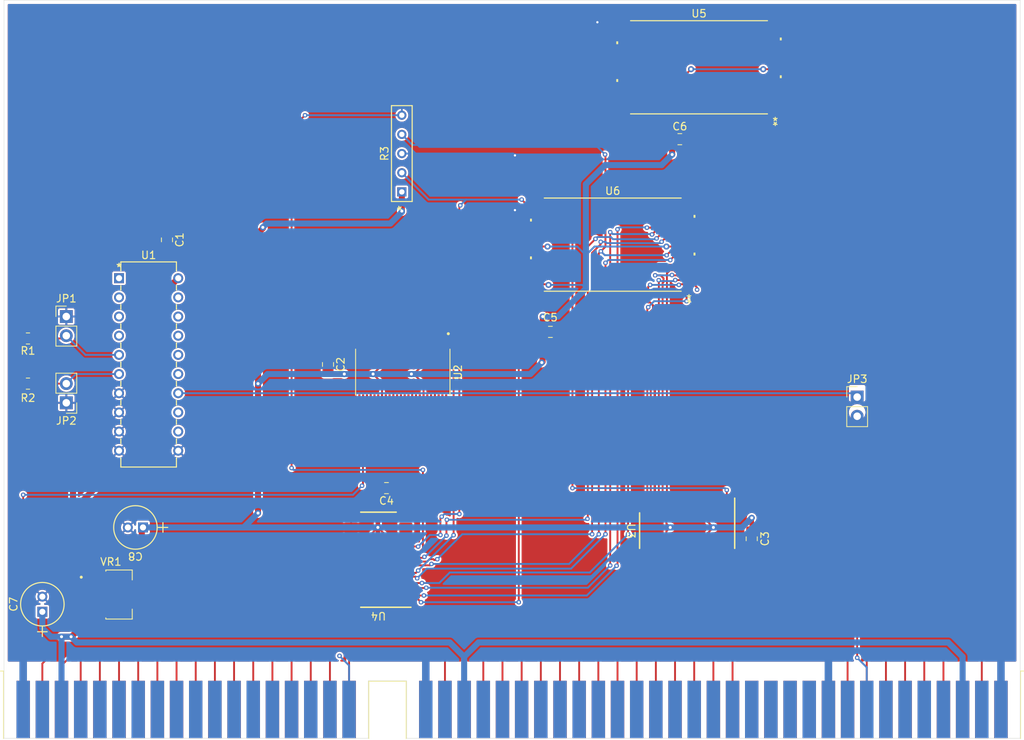
<source format=kicad_pcb>
(kicad_pcb (version 20241229) (generator "pcbnew") (generator_version "9.0")
  (layers (0 "F.Cu" signal) (2 "B.Cu" signal) (13 "F.Paste" user) (15 "B.Paste" user) (5 "F.SilkS" user "F.Silkscreen") (7 "B.SilkS" user "B.Silkscreen") (1 "F.Mask" user) (3 "B.Mask" user) (25 "Edge.Cuts" user))
  (net 0 "")
  (net 1 "MEMW")
  (net 2 "Net-(J1-D13)")
  (net 5 "BA12")
  (net 6 "BA13")
  (net 8 "LA19")
  (net 9 "Net-(J1-DB6)")
  (net 10 "BA01")
  (net 11 "BA11")
  (net 12 "Net-(J1-D12)")
  (net 14 "BA10")
  (net 15 "Net-(J1-D11)")
  (net 20 "unconnected-(J1-IO-Pad32)")
  (net 21 "MEMR")
  (net 22 "GND")
  (net 23 "LA18")
  (net 24 "Net-(J1-D10)")
  (net 25 "Net-(J1-DB5)")
  (net 27 "BA04")
  (net 28 "BA06")
  (net 29 "Net-(J1-D9)")
  (net 30 "Net-(J1-D14)")
  (net 32 "Net-(J1-DB4)")
  (net 34 "BA00")
  (net 35 "LA21")
  (net 37 "BA09")
  (net 42 "BA14")
  (net 43 "BA02")
  (net 44 "BA15")
  (net 45 "Net-(J1-NOWS)")
  (net 49 "BA03")
  (net 53 "+5V")
  (net 55 "LA20")
  (net 56 "Net-(J1-D8)")
  (net 59 "BA16")
  (net 61 "LA17")
  (net 63 "BA08")
  (net 66 "Net-(J1-D15)")
  (net 72 "Net-(J1-DB2)")
  (net 74 "Net-(J1-DB3)")
  (net 79 "Net-(J1-DB7)")
  (net 81 "LA23")
  (net 82 "LA22")
  (net 85 "BA07")
  (net 86 "SBHE")
  (net 90 "BA05")
  (net 91 "Net-(J1-DB0)")
  (net 92 "Net-(J1-DB1)")
  (net 93 "Net-(JP1-B)")
  (net 94 "Net-(JP2-B)")
  (net 95 "Net-(JP3-A)")
  (net 96 "OE")
  (net 97 "C1E")
  (net 98 "C2E")
  (net 99 "WE")
  (net 100 "TRANS_EN")
  (net 101 "MEMCS16")
  (net 102 "UB")
  (net 103 "LB")
  (net 104 "A20")
  (net 105 "D9")
  (net 106 "CS_HI")
  (net 108 "CS_LO")
  (net 111 "D4")
  (net 112 "D2")
  (net 113 "D5")
  (net 114 "D7")
  (net 115 "D0")
  (net 116 "D6")
  (net 117 "D10")
  (net 118 "D13")
  (net 119 "D1")
  (net 120 "D15")
  (net 121 "D12")
  (net 122 "D14")
  (net 123 "D3")
  (net 124 "D8")
  (net 125 "D11")
  (net 126 "A13")
  (net 127 "A0")
  (net 128 "A4")
  (net 129 "A15")
  (net 130 "A12")
  (net 131 "A9")
  (net 132 "A8")
  (net 133 "A7")
  (net 134 "A3")
  (net 135 "A10")
  (net 136 "A11")
  (net 137 "A14")
  (net 138 "A5")
  (net 139 "A6")
  (net 140 "A1")
  (net 141 "A2")
  (net 142 "A17")
  (net 143 "A16")
  (net 144 "A19")
  (net 145 "A18")
  (net 153 "+3.3V")
  (footprint "Project:SOP50P810X120-48N" (layer "F.Cu") (at 116.332 103.886 -90)
    (property "Reference" "U2")
    (property "Value" "SN74LVCR16245ADGGR")
  )
  (footprint "Capacitor_THT:CAP_PAN_5X11_PAN" (layer "F.Cu") (at 68.58 135.636 90)
    (property "Reference" "C7")
    (property "Value" "47uF")
  )
  (footprint "Resistor_SMD:R_0805_2012Metric_Pad1.20x1.40mm_HandSolder" (layer "F.Cu") (at 66.675 105.41 180)
    (property "Reference" "R2")
    (property "Value" "10k")
  )
  (footprint "Capacitor_THT:CAP_PAN_5X11_PAN" (layer "F.Cu") (at 81.915 124.46 180)
    (property "Reference" "C8")
    (property "Value" "47uF")
  )
  (footprint "Package_SO:SOT230P700X180-4N" (layer "F.Cu") (at 78.74 133.35)
    (property "Reference" "VR1")
    (property "Value" "LDL1117S33R")
  )
  (footprint "Project:DGG0048A_N" (layer "F.Cu") (at 154.003498 124.880998 -90)
    (property "Reference" "U3")
    (property "Value" "SN74LVC16244ADGGR")
  )
  (footprint "Resistor_SMD:R_0805_2012Metric_Pad1.20x1.40mm_HandSolder" (layer "F.Cu") (at 66.675 99.425)
    (property "Reference" "R1")
    (property "Value" "10k")
  )
  (footprint "Connector_PCBEdge:BUS_AT" (layer "F.Cu") (at 195.58 148.59)
    (property "Reference" "J1" (hide yes))
    (property "Value" "Bus_ISA_16bit")
  )
  (footprint "Project:TSOP-I-48_12X20_ALL" (layer "F.Cu") (at 155.575 63.5 180)
    (property "Reference" "U5")
    (property "Value" "AS6C3216A-55TIN")
  )
  (footprint "Capacitor_SMD:C_0805_2012Metric_Pad1.18x1.45mm_HandSolder" (layer "F.Cu") (at 85.09 86.36 -90)
    (property "Reference" "C1")
    (property "Value" ".1 uF")
  )
  (footprint "Capacitor_SMD:C_0805_2012Metric_Pad1.18x1.45mm_HandSolder" (layer "F.Cu") (at 153.035 73.025)
    (property "Reference" "C6")
    (property "Value" ".1 uF")
  )
  (footprint "Capacitor_SMD:C_0805_2012Metric_Pad1.18x1.45mm_HandSolder" (layer "F.Cu") (at 106.426 102.87 -90)
    (property "Reference" "C2")
    (property "Value" ".1 uF")
  )
  (footprint "Project:TSOP-I-48_12X20_ALL" (layer "F.Cu") (at 144.145 86.995 180)
    (property "Reference" "U6")
    (property "Value" "AS6C3216A-55TIN")
  )
  (footprint "Connector_PinHeader_2.54mm:PinHeader_1x02_P2.54mm_Vertical" (layer "F.Cu") (at 71.755 107.95 180)
    (property "Reference" "JP2")
    (property "Value" "MB Memory 2")
  )
  (footprint "Connector_PinHeader_2.54mm:PinHeader_1x02_P2.54mm_Vertical" (layer "F.Cu") (at 176.53 107.188)
    (property "Reference" "JP3")
    (property "Value" "0WS/Turbo")
  )
  (footprint "Connector_PinHeader_2.54mm:PinHeader_1x02_P2.54mm_Vertical" (layer "F.Cu") (at 71.755 96.52)
    (property "Reference" "JP1")
    (property "Value" "MB Memory 1")
  )
  (footprint "Project:CSC05_VIS" (layer "F.Cu") (at 116.205 80.01 90)
    (property "Reference" "R3")
    (property "Value" "10k")
  )
  (footprint "Capacitor_SMD:C_0805_2012Metric_Pad1.18x1.45mm_HandSolder" (layer "F.Cu") (at 135.89 98.552)
    (property "Reference" "C5")
    (property "Value" ".1 uF")
  )
  (footprint "Project:DGG0048A_N" (layer "F.Cu") (at 113.109501 128.734 180)
    (property "Reference" "U4")
    (property "Value" "SN74LVC16244ADGGR")
  )
  (footprint "Project:20P3_ATM" (layer "F.Cu") (at 78.74 91.44)
    (property "Reference" "U1")
    (property "Value" "ATF16V8B-15PU")
  )
  (footprint "Capacitor_SMD:C_0805_2012Metric_Pad1.18x1.45mm_HandSolder" (layer "F.Cu") (at 114.173 119.253 180)
    (property "Reference" "C4")
    (property "Value" ".1 uF")
  )
  (footprint "Capacitor_SMD:C_0805_2012Metric_Pad1.18x1.45mm_HandSolder" (layer "F.Cu") (at 162.56 125.9625 90)
    (property "Reference" "C3")
    (property "Value" ".1 uF")
  )
  (gr_line (start 198.12 54.61) (end 63.5 54.61) (stroke (width 0.05)) (layer "Edge.Cuts"))
  (gr_line (start 67.31 152.4) (end 111.76 152.4) (stroke (width 0.05)) (layer "Edge.Cuts"))
  (gr_line (start 116.84 144.78) (end 116.84 152.4) (stroke (width 0.05)) (layer "Edge.Cuts"))
  (gr_line (start 111.76 144.78) (end 116.84 144.78) (stroke (width 0.05)) (layer "Edge.Cuts"))
  (gr_line (start 198.12 54.61) (end 198.12 152.4) (stroke (width 0.05)) (layer "Edge.Cuts"))
  (gr_line (start 111.76 152.4) (end 111.76 144.78) (stroke (width 0.05)) (layer "Edge.Cuts"))
  (gr_line (start 63.5 54.61) (end 63.5 143.51) (stroke (width 0.05)) (layer "Edge.Cuts"))
  (gr_line (start 63.5 152.4) (end 63.5 143.51) (stroke (width 0.05)) (layer "Edge.Cuts"))
  (gr_line (start 63.5 152.4) (end 67.31 152.4) (stroke (width 0.05)) (layer "Edge.Cuts"))
  (gr_line (start 116.84 152.4) (end 198.12 152.4) (stroke (width 0.05)) (layer "Edge.Cuts"))
  (segment (start 86.36 148.59) (end 86.36 141.478) (width 0.25) (layer "F.Cu") (net 1))
  (segment (start 71.12 142.748) (end 72.39 141.478) (width 0.25) (layer "F.Cu") (net 2))
  (segment (start 112.582 107.606) (end 112.582 110.303) (width 0.25) (layer "F.Cu") (net 2))
  (segment (start 71.12 148.59) (end 71.12 142.748) (width 0.25) (layer "F.Cu") (net 2))
  (segment (start 149.86 148.59) (end 149.86 141.605) (width 0.25) (layer "F.Cu") (net 5))
  (segment (start 152.4 148.59) (end 152.4 141.605) (width 0.25) (layer "F.Cu") (net 6))
  (segment (start 96.52 148.59) (end 96.52 141.478) (width 0.25) (layer "F.Cu") (net 8))
  (segment (start 117.082 107.606) (end 117.082 110.224) (width 0.25) (layer "F.Cu") (net 9))
  (segment (start 117.082 110.224) (end 117.094 110.236) (width 0.25) (layer "F.Cu") (net 9))
  (segment (start 190.5 148.59) (end 190.5 141.605) (width 0.25) (layer "F.Cu") (net 9))
  (segment (start 121.92 148.59) (end 121.92 141.605) (width 0.25) (layer "F.Cu") (net 10))
  (segment (start 147.32 148.59) (end 147.32 141.605) (width 0.25) (layer "F.Cu") (net 11))
  (segment (start 113.082 107.606) (end 113.082 110.311) (width 0.25) (layer "F.Cu") (net 12))
  (segment (start 73.66 148.59) (end 73.66 141.478) (width 0.25) (layer "F.Cu") (net 12))
  (segment (start 144.78 148.59) (end 144.78 141.605) (width 0.25) (layer "F.Cu") (net 14))
  (segment (start 114.082 110.2) (end 114.046 110.236) (width 0.25) (layer "F.Cu") (net 15))
  (segment (start 76.2 148.59) (end 76.2 141.478) (width 0.25) (layer "F.Cu") (net 15))
  (segment (start 114.082 107.606) (end 114.082 110.2) (width 0.25) (layer "F.Cu") (net 15))
  (segment (start 195.58 148.59) (end 195.58 141.605) (width 0.25) (layer "F.Cu") (net 20))
  (segment (start 88.9 148.59) (end 88.9 141.478) (width 0.25) (layer "F.Cu") (net 21))
  (segment (start 119.38 148.59) (end 119.38 141.605) (width 1) (layer "B.Cu") (net 22))
  (segment (start 66.04 148.59) (end 66.04 141.605) (width 1) (layer "B.Cu") (net 22))
  (segment (start 172.72 148.59) (end 172.72 141.605) (width 1) (layer "B.Cu") (net 22))
  (segment (start 195.58 148.59) (end 195.58 141.605) (width 1) (layer "B.Cu") (net 22))
  (segment (start 93.98 148.59) (end 93.98 141.478) (width 0.25) (layer "F.Cu") (net 23))
  (segment (start 114.582 110.208) (end 114.554 110.236) (width 0.25) (layer "F.Cu") (net 24))
  (segment (start 114.582 107.606) (end 114.582 110.208) (width 0.25) (layer "F.Cu") (net 24))
  (segment (start 78.74 148.59) (end 78.74 141.478) (width 0.25) (layer "F.Cu") (net 24))
  (segment (start 118.082 107.606) (end 118.082 110.208) (width 0.25) (layer "F.Cu") (net 25))
  (segment (start 187.96 148.59) (end 187.96 141.605) (width 0.25) (layer "F.Cu") (net 25))
  (segment (start 118.082 110.208) (end 118.11 110.236) (width 0.25) (layer "F.Cu") (net 25))
  (segment (start 129.54 148.59) (end 129.54 141.605) (width 0.25) (layer "F.Cu") (net 27))
  (segment (start 134.62 148.59) (end 134.62 141.605) (width 0.25) (layer "F.Cu") (net 28))
  (segment (start 115.582 110.224) (end 115.57 110.236) (width 0.25) (layer "F.Cu") (net 29))
  (segment (start 81.28 148.59) (end 81.28 141.478) (width 0.25) (layer "F.Cu") (net 29))
  (segment (start 115.582 107.606) (end 115.582 110.224) (width 0.25) (layer "F.Cu") (net 29))
  (segment (start 111.582 108.834702) (end 111.708 108.960702) (width 0.25) (layer "F.Cu") (net 30))
  (segment (start 111.582 107.606) (end 111.582 108.834702) (width 0.25) (layer "F.Cu") (net 30))
  (segment (start 68.58 142.494) (end 69.342 141.732) (width 0.25) (layer "F.Cu") (net 30))
  (segment (start 111.708 108.960702) (end 111.708 110.161) (width 0.25) (layer "F.Cu") (net 30))
  (segment (start 111.708 110.161) (end 111.506 110.363) (width 0.25) (layer "F.Cu") (net 30))
  (segment (start 68.58 148.59) (end 68.58 142.494) (width 0.25) (layer "F.Cu") (net 30))
  (segment (start 118.582 107.606) (end 118.582 110.2) (width 0.25) (layer "F.Cu") (net 32))
  (segment (start 185.42 148.59) (end 185.42 141.605) (width 0.25) (layer "F.Cu") (net 32))
  (segment (start 101.6 148.59) (end 101.6 141.478) (width 0.25) (layer "F.Cu") (net 35))
  (segment (start 142.24 148.59) (end 142.24 141.605) (width 0.25) (layer "F.Cu") (net 37))
  (segment (start 154.94 148.59) (end 154.94 141.605) (width 0.25) (layer "F.Cu") (net 42))
  (segment (start 124.46 148.59) (end 124.46 141.605) (width 0.25) (layer "F.Cu") (net 43))
  (segment (start 157.48 148.59) (end 157.48 141.605) (width 0.25) (layer "F.Cu") (net 44))
  (segment (start 176.53 109.728) (end 176.53 141.732) (width 0.25) (layer "F.Cu") (net 45))
  (via (at 176.53 141.732) (size 0.6) (drill 0.3) (layers "F.Cu" "B.Cu") (net 45))
  (segment (start 177.8 143.002) (end 176.53 141.732) (width 0.25) (layer "B.Cu") (net 45))
  (segment (start 177.8 148.59) (end 177.8 143.002) (width 0.25) (layer "B.Cu") (net 45))
  (segment (start 127 148.59) (end 127 141.605) (width 0.25) (layer "F.Cu") (net 49))
  (segment (start 65.675 111.887) (end 65.675 105.41) (width 0.8) (layer "F.Cu") (net 53))
  (segment (start 75.725 135.65) (end 72.644 132.569) (width 0.8) (layer "F.Cu") (net 53))
  (segment (start 65.675 105.41) (end 65.675 99.425) (width 0.8) (layer "F.Cu") (net 53))
  (segment (start 72.903889 121.92) (end 85.09 109.733889) (width 0.8) (layer "F.Cu") (net 53))
  (segment (start 85.09 87.3975) (end 85.09 92.932001) (width 0.8) (layer "F.Cu") (net 53))
  (segment (start 72.644 118.856) (end 65.675 111.887) (width 0.8) (layer "F.Cu") (net 53))
  (segment (start 85.320601 92.7014) (end 86.582001 91.44) (width 0.8) (layer "F.Cu") (net 53))
  (segment (start 71.12 138.938) (end 72.437 138.938) (width 0.8) (layer "F.Cu") (net 53))
  (segment (start 72.437 138.938) (end 75.725 135.65) (width 0.8) (layer "F.Cu") (net 53))
  (segment (start 72.644 121.92) (end 72.903889 121.92) (width 0.8) (layer "F.Cu") (net 53))
  (segment (start 85.09 109.733889) (end 85.09 92.932001) (width 0.8) (layer "F.Cu") (net 53))
  (segment (start 72.644 132.569) (end 72.644 121.92) (width 0.8) (layer "F.Cu") (net 53))
  (segment (start 72.644 121.92) (end 72.644 118.856) (width 0.8) (layer "F.Cu") (net 53))
  (segment (start 85.09 92.932001) (end 85.320601 92.7014) (width 0.8) (layer "F.Cu") (net 53))
  (via (at 71.12 138.938) (size 0.8) (drill 0.4) (layers "F.Cu" "B.Cu") (net 53))
  (via (at 72.39 138.938) (size 0.8) (drill 0.4) (layers "F.Cu" "B.Cu") (net 53))
  (segment (start 68.58 137.795) (end 68.58 135.636) (width 0.8) (layer "B.Cu") (net 53))
  (segment (start 73.152 139.7) (end 72.39 138.938) (width 0.8) (layer "B.Cu") (net 53))
  (segment (start 190.5 141.605) (end 190.5 148.59) (width 0.8) (layer "B.Cu") (net 53))
  (segment (start 71.12 148.59) (end 71.12 138.938) (width 0.8) (layer "B.Cu") (net 53))
  (segment (start 126.365 139.7) (end 188.595 139.7) (width 0.8) (layer "B.Cu") (net 53))
  (segment (start 188.595 139.7) (end 190.5 141.605) (width 0.8) (layer "B.Cu") (net 53))
  (segment (start 71.12 138.938) (end 69.723 138.938) (width 0.8) (layer "B.Cu") (net 53))
  (segment (start 69.723 138.938) (end 68.58 137.795) (width 0.8) (layer "B.Cu") (net 53))
  (segment (start 124.46 141.605) (end 124.46 148.59) (width 0.8) (layer "B.Cu") (net 53))
  (segment (start 124.46 141.605) (end 126.365 139.7) (width 0.8) (layer "B.Cu") (net 53))
  (segment (start 124.46 141.605) (end 122.555 139.7) (width 0.8) (layer "B.Cu") (net 53))
  (segment (start 72.39 138.938) (end 71.12 138.938) (width 0.8) (layer "B.Cu") (net 53))
  (segment (start 122.555 139.7) (end 73.152 139.7) (width 0.8) (layer "B.Cu") (net 53))
  (segment (start 99.06 148.59) (end 99.06 141.478) (width 0.25) (layer "F.Cu") (net 55))
  (segment (start 116.082 107.606) (end 116.082 110.232) (width 0.25) (layer "F.Cu") (net 56))
  (segment (start 83.82 148.59) (end 83.82 141.478) (width 0.25) (layer "F.Cu") (net 56))
  (segment (start 116.082 110.232) (end 116.078 110.236) (width 0.25) (layer "F.Cu") (net 56))
  (segment (start 160.02 148.59) (end 160.02 141.605) (width 0.25) (layer "F.Cu") (net 59))
  (segment (start 91.44 148.59) (end 91.44 141.478) (width 0.25) (layer "F.Cu") (net 61))
  (segment (start 139.7 148.59) (end 139.7 141.605) (width 0.25) (layer "F.Cu") (net 63))
  (segment (start 66.04 142.748) (end 66.04 142.24) (width 0.25) (layer "F.Cu") (net 66))
  (segment (start 111.055 118.675) (end 111.055 107.633) (width 0.25) (layer "F.Cu") (net 66))
  (segment (start 66.04 142.748) (end 66.04 120.142) (width 0.25) (layer "F.Cu") (net 66))
  (segment (start 110.9345 118.7955) (end 111.055 118.675) (width 0.25) (layer "F.Cu") (net 66))
  (segment (start 66.04 148.59) (end 66.04 142.748) (width 0.25) (layer "F.Cu") (net 66))
  (segment (start 110.9345 118.9355) (end 110.9345 118.7955) (width 0.25) (layer "F.Cu") (net 66))
  (segment (start 111.055 107.633) (end 111.082 107.606) (width 0.25) (layer "F.Cu") (net 66))
  (via (at 110.9345 118.9355) (size 0.6) (drill 0.3) (layers "F.Cu" "B.Cu") (net 66))
  (via (at 66.04 120.142) (size 0.6) (drill 0.3) (layers "F.Cu" "B.Cu") (net 66))
  (segment (start 110.9345 118.9355) (end 109.728 120.142) (width 0.25) (layer "B.Cu") (net 66))
  (segment (start 109.728 120.142) (end 66.04 120.142) (width 0.25) (layer "B.Cu") (net 66))
  (segment (start 120.082 107.606) (end 120.085 107.609) (width 0.25) (layer "F.Cu") (net 72))
  (segment (start 120.085 107.609) (end 120.085 110.236) (width 0.25) (layer "F.Cu") (net 72))
  (segment (start 180.34 148.59) (end 180.34 141.605) (width 0.25) (layer "F.Cu") (net 72))
  (segment (start 119.582 110.184) (end 119.634 110.236) (width 0.25) (layer "F.Cu") (net 74))
  (segment (start 182.88 148.59) (end 182.88 141.605) (width 0.25) (layer "F.Cu") (net 74))
  (segment (start 119.582 107.606) (end 119.582 110.184) (width 0.25) (layer "F.Cu") (net 74))
  (segment (start 193.04 148.59) (end 193.04 141.605) (width 0.25) (layer "F.Cu") (net 79))
  (segment (start 116.582 107.606) (end 116.582 110.232) (width 0.25) (layer "F.Cu") (net 79))
  (segment (start 106.68 148.59) (end 106.68 141.478) (width 0.25) (layer "F.Cu") (net 81))
  (segment (start 104.14 148.59) (end 104.14 141.478) (width 0.25) (layer "F.Cu") (net 82))
  (segment (start 137.16 148.59) (end 137.16 141.605) (width 0.25) (layer "F.Cu") (net 85))
  (segment (start 109.22 148.59) (end 109.22 141.478) (width 0.25) (layer "F.Cu") (net 86))
  (segment (start 132.08 148.59) (end 132.08 141.605) (width 0.25) (layer "F.Cu") (net 90))
  (segment (start 175.26 148.59) (end 175.26 141.605) (width 0.25) (layer "F.Cu") (net 91))
  (segment (start 121.582 107.606) (end 121.582 110.066) (width 0.25) (layer "F.Cu") (net 91))
  (segment (start 121.082 107.606) (end 121.082 110.16) (width 0.25) (layer "F.Cu") (net 92))
  (segment (start 177.8 148.59) (end 177.8 141.605) (width 0.25) (layer "F.Cu") (net 92))
  (segment (start 67.675 99.425) (end 71.39 99.425) (width 0.25) (layer "F.Cu") (net 93))
  (segment (start 71.39 99.425) (end 71.755 99.06) (width 0.25) (layer "F.Cu") (net 93))
  (segment (start 71.755 99.06) (end 74.295 101.6) (width 0.25) (layer "B.Cu") (net 93))
  (segment (start 74.295 101.6) (end 78.74 101.6) (width 0.25) (layer "B.Cu") (net 93))
  (segment (start 67.675 105.41) (end 71.755 105.41) (width 0.25) (layer "F.Cu") (net 94))
  (segment (start 71.755 105.41) (end 73.025 104.14) (width 0.25) (layer "B.Cu") (net 94))
  (segment (start 73.025 104.14) (end 78.74 104.14) (width 0.25) (layer "B.Cu") (net 94))
  (segment (start 86.582001 106.68) (end 176.022 106.68) (width 0.25) (layer "B.Cu") (net 95))
  (segment (start 176.022 106.68) (end 176.53 107.188) (width 0.25) (layer "B.Cu") (net 95))
  (segment (start 110.582 98.206) (end 110.617 98.171) (width 0.25) (layer "F.Cu") (net 96))
  (segment (start 131.826 82.423) (end 132.148001 82.745001) (width 0.25) (layer "F.Cu") (net 96))
  (segment (start 122.082 100.166) (end 122.082 98.136) (width 0.25) (layer "F.Cu") (net 96))
  (segment (start 131.191 82.423) (end 131.826 82.423) (width 0.25) (layer "F.Cu") (net 96))
  (segment (start 118.060114 130.484002) (end 116.7345 130.484002) (width 0.25) (layer "F.Cu") (net 96))
  (segment (start 123.065558 124.092558) (end 123.063 124.09) (width 0.25) (layer "F.Cu") (net 96))
  (segment (start 110.582 100.166) (end 110.582 98.206) (width 0.25) (layer "F.Cu") (net 96))
  (segment (start 118.367837 130.176279) (end 118.060114 130.484002) (width 0.25) (layer "F.Cu") (net 96))
  (segment (start 123.063 124.09) (end 123.063 101.147) (width 0.25) (layer "F.Cu") (net 96))
  (segment (start 132.148001 82.745001) (end 134.29615 82.745001) (width 0.25) (layer "F.Cu") (net 96))
  (segment (start 123.065558 125.478558) (end 123.065558 124.092558) (width 0.25) (layer "F.Cu") (net 96))
  (segment (start 131.191 82.423) (end 131.191 75.174) (width 0.25) (layer "F.Cu") (net 96))
  (segment (start 123.063 101.147) (end 122.082 100.166) (width 0.25) (layer "F.Cu") (net 96))
  (segment (start 122.082 98.136) (end 122.301 97.917) (width 0.25) (layer "F.Cu") (net 96))
  (via (at 131.191 82.423) (size 0.6) (drill 0.3) (layers "F.Cu" "B.Cu") (net 96))
  (via (at 118.367837 130.176279) (size 0.6) (drill 0.3) (layers "F.Cu" "B.Cu") (net 96))
  (via (at 123.065558 125.478558) (size 0.6) (drill 0.3) (layers "F.Cu" "B.Cu") (net 96))
  (via (at 131.191 75.174) (size 0.6) (drill 0.3) (layers "F.Cu" "B.Cu") (net 96))
  (segment (start 123.065558 125.478558) (end 118.367837 130.176279) (width 0.25) (layer "B.Cu") (net 96))
  (segment (start 131.191 75.174) (end 130.947 74.93) (width 0.25) (layer "B.Cu") (net 96))
  (segment (start 130.947 74.93) (end 116.205 74.93) (width 0.25) (layer "B.Cu") (net 96))
  (segment (start 142.113 57.531) (end 142.832 58.25) (width 0.25) (layer "F.Cu") (net 97))
  (segment (start 118.999 127.250298) (end 118.999 116.84) (width 0.25) (layer "F.Cu") (net 97))
  (segment (start 101.6 116.586) (end 101.6 71.628) (width 0.25) (layer "F.Cu") (net 97))
  (segment (start 101.6 71.628) (end 103.378 69.85) (width 0.25) (layer "F.Cu") (net 97))
  (segment (start 142.832 58.25) (end 145.72615 58.25) (width 0.25) (layer "F.Cu") (net 97))
  (segment (start 118.265296 127.984002) (end 118.999 127.250298) (width 0.25) (layer "F.Cu") (net 97))
  (segment (start 116.7345 127.984002) (end 118.265296 127.984002) (width 0.25) (layer "F.Cu") (net 97))
  (via (at 101.6 116.586) (size 0.6) (drill 0.3) (layers "F.Cu" "B.Cu") (net 97))
  (via (at 103.378 69.85) (size 0.6) (drill 0.3) (layers "F.Cu" "B.Cu") (net 97))
  (via (at 118.999 116.84) (size 0.6) (drill 0.3) (layers "F.Cu" "B.Cu") (net 97))
  (via (at 142.113 57.531) (size 0.6) (drill 0.3) (layers "F.Cu" "B.Cu") (net 97))
  (segment (start 116.205 62.103) (end 120.777 57.531) (width 0.25) (layer "B.Cu") (net 97))
  (segment (start 101.854 116.84) (end 101.6 116.586) (width 0.25) (layer "B.Cu") (net 97))
  (segment (start 116.205 69.85) (end 116.205 62.103) (width 0.25) (layer "B.Cu") (net 97))
  (segment (start 118.999 116.84) (end 101.854 116.84) (width 0.25) (layer "B.Cu") (net 97))
  (segment (start 120.777 57.531) (end 142.113 57.531) (width 0.25) (layer "B.Cu") (net 97))
  (segment (start 103.378 69.85) (end 116.205 69.85) (width 0.25) (layer "B.Cu") (net 97))
  (segment (start 118.348001 126.984001) (end 118.364 127) (width 0.25) (layer "F.Cu") (net 98))
  (segment (start 121.314384 125.461963) (end 121.314384 123.206021) (width 0.25) (layer "F.Cu") (net 98))
  (segment (start 123.825 122.682) (end 123.825 81.915) (width 0.25) (layer "F.Cu") (net 98))
  (segment (start 123.825 81.915) (end 123.952 81.788) (width 0.25) (layer "F.Cu") (net 98))
  (segment (start 132.08 81.026) (end 132.799 81.745) (width 0.25) (layer "F.Cu") (net 98))
  (segment (start 116.7345 126.984001) (end 118.348001 126.984001) (width 0.25) (layer "F.Cu") (net 98))
  (segment (start 121.314384 123.206021) (end 121.488003 123.032402) (width 0.25) (layer "F.Cu") (net 98))
  (segment (start 132.799 81.745) (end 134.29615 81.745) (width 0.25) (layer "F.Cu") (net 98))
  (via (at 118.364 127) (size 0.6) (drill 0.3) (layers "F.Cu" "B.Cu") (net 98))
  (via (at 123.952 81.788) (size 0.6) (drill 0.3) (layers "F.Cu" "B.Cu") (net 98))
  (via (at 121.488003 123.032402) (size 0.6) (drill 0.3) (layers "F.Cu" "B.Cu") (net 98))
  (via (at 123.825 122.682) (size 0.6) (drill 0.3) (layers "F.Cu" "B.Cu") (net 98))
  (via (at 121.314384 125.461963) (size 0.6) (drill 0.3) (layers "F.Cu" "B.Cu") (net 98))
  (via (at 132.08 81.026) (size 0.6) (drill 0.3) (layers "F.Cu" "B.Cu") (net 98))
  (segment (start 124.714 81.026) (end 123.952 81.788) (width 0.25) (layer "B.Cu") (net 98))
  (segment (start 121.838405 122.682) (end 123.825 122.682) (width 0.25) (layer "B.Cu") (net 98))
  (segment (start 119.902037 125.461963) (end 121.314384 125.461963) (width 0.25) (layer "B.Cu") (net 98))
  (segment (start 121.488003 123.032402) (end 121.838405 122.682) (width 0.25) (layer "B.Cu") (net 98))
  (segment (start 118.364 127) (end 119.902037 125.461963) (width 0.25) (layer "B.Cu") (net 98))
  (segment (start 119.761 81.026) (end 124.714 81.026) (width 0.25) (layer "B.Cu") (net 98))
  (segment (start 132.08 81.026) (end 124.714 81.026) (width 0.25) (layer "B.Cu") (net 98))
  (segment (start 116.205 77.47) (end 119.761 81.026) (width 0.25) (layer "B.Cu") (net 98))
  (segment (start 142.302173 88.148231) (end 142.576404 87.874) (width 0.25) (layer "F.Cu") (net 99))
  (segment (start 153.99385 87.745001) (end 151.938537 87.745001) (width 0.25) (layer "F.Cu") (net 99))
  (segment (start 143.18294 75.11094) (end 143.18294 87.267464) (width 0.25) (layer "F.Cu") (net 99))
  (segment (start 151.938537 87.745001) (end 151.290991 88.392547) (width 0.25) (layer "F.Cu") (net 99))
  (segment (start 119.943999 129.484001) (end 120.131999 129.296001) (width 0.25) (layer "F.Cu") (net 99))
  (segment (start 143.18294 87.267464) (end 142.576404 87.874) (width 0.25) (layer "F.Cu") (net 99))
  (segment (start 143.129 75.057) (end 143.18294 75.11094) (width 0.25) (layer "F.Cu") (net 99))
  (segment (start 116.7345 129.484001) (end 119.943999 129.484001) (width 0.25) (layer "F.Cu") (net 99))
  (segment (start 142.302173 125.359999) (end 142.302173 88.148231) (width 0.25) (layer "F.Cu") (net 99))
  (via (at 120.131999 129.296001) (size 0.6) (drill 0.3) (layers "F.Cu" "B.Cu") (net 99))
  (via (at 142.576404 87.874) (size 0.6) (drill 0.3) (layers "F.Cu" "B.Cu") (net 99))
  (via (at 143.129 75.057) (size 0.6) (drill 0.3) (layers "F.Cu" "B.Cu") (net 99))
  (via (at 151.290991 88.392547) (size 0.6) (drill 0.3) (layers "F.Cu" "B.Cu") (net 99))
  (via (at 142.302173 125.359999) (size 0.6) (drill 0.3) (layers "F.Cu" "B.Cu") (net 99))
  (segment (start 141.859 73.787) (end 143.129 75.057) (width 0.25) (layer "B.Cu") (net 99))
  (segment (start 143.094951 88.392547) (end 151.290991 88.392547) (width 0.25) (layer "B.Cu") (net 99))
  (segment (start 138.366171 129.296001) (end 142.302173 125.359999) (width 0.25) (layer "B.Cu") (net 99))
  (segment (start 142.576404 87.874) (end 143.094951 88.392547) (width 0.25) (layer "B.Cu") (net 99))
  (segment (start 120.131999 129.296001) (end 138.366171 129.296001) (width 0.25) (layer "B.Cu") (net 99))
  (segment (start 117.602 73.787) (end 141.859 73.787) (width 0.25) (layer "B.Cu") (net 99))
  (segment (start 116.205 72.39) (end 117.602 73.787) (width 0.25) (layer "B.Cu") (net 99))
  (segment (start 110.582 107.606) (end 109.13 107.606) (width 0.25) (layer "F.Cu") (net 100))
  (segment (start 122.082 110.074) (end 122.047 110.109) (width 0.25) (layer "F.Cu") (net 100))
  (segment (start 122.082 107.606) (end 122.082 110.074) (width 0.25) (layer "F.Cu") (net 100))
  (via (at 107.95 141.478) (size 0.6) (drill 0.3) (layers "F.Cu" "B.Cu") (net 101))
  (segment (start 109.22 142.748) (end 107.95 141.478) (width 0.25) (layer "B.Cu") (net 101))
  (segment (start 109.22 148.59) (end 109.22 142.748) (width 0.25) (layer "B.Cu") (net 101))
  (segment (start 120.391297 128.670001) (end 120.499296 128.778) (width 0.25) (layer "F.Cu") (net 102))
  (segment (start 150.988205 86.244999) (end 150.620602 86.612602) (width 0.25) (layer "F.Cu") (net 102))
  (segment (start 153.99385 86.244999) (end 150.988205 86.244999) (width 0.25) (layer "F.Cu") (net 102))
  (segment (start 119.872701 128.670001) (end 120.391297 128.670001) (width 0.25) (layer "F.Cu") (net 102))
  (segment (start 142.55694 86.624) (end 142.55694 86.94206) (width 0.25) (layer "F.Cu") (net 102))
  (segment (start 141.418289 88.080711) (end 141.418289 125.359999) (width 0.25) (layer "F.Cu") (net 102))
  (segment (start 120.499296 128.778) (end 120.797001 128.778) (width 0.25) (layer "F.Cu") (net 102))
  (segment (start 116.7345 128.984002) (end 119.5587 128.984002) (width 0.25) (layer "F.Cu") (net 102))
  (segment (start 120.797001 128.778) (end 120.904 128.671001) (width 0.25) (layer "F.Cu") (net 102))
  (segment (start 142.55694 86.94206) (end 141.418289 88.080711) (width 0.25) (layer "F.Cu") (net 102))
  (segment (start 119.5587 128.984002) (end 119.872701 128.670001) (width 0.25) (layer "F.Cu") (net 102))
  (via (at 120.904 128.671001) (size 0.6) (drill 0.3) (layers "F.Cu" "B.Cu") (net 102))
  (via (at 150.620602 86.612602) (size 0.6) (drill 0.3) (layers "F.Cu" "B.Cu") (net 102))
  (via (at 142.55694 86.624) (size 0.6) (drill 0.3) (layers "F.Cu" "B.Cu") (net 102))
  (via (at 141.418289 125.359999) (size 0.6) (drill 0.3) (layers "F.Cu" "B.Cu") (net 102))
  (segment (start 143.196056 86.624) (end 143.367463 86.795407) (width 0.25) (layer "B.Cu") (net 102))
  (segment (start 124.215002 125.359999) (end 141.418289 125.359999) (width 0.25) (layer "B.Cu") (net 102))
  (segment (start 143.367463 86.795407) (end 150.437797 86.795407) (width 0.25) (layer "B.Cu") (net 102))
  (segment (start 120.904 128.671001) (end 124.215002 125.359999) (width 0.25) (layer "B.Cu") (net 102))
  (segment (start 142.55694 86.624) (end 143.196056 86.624) (width 0.25) (layer "B.Cu") (net 102))
  (segment (start 150.437797 86.795407) (end 150.620602 86.612602) (width 0.25) (layer "B.Cu") (net 102))
  (segment (start 122.115616 125.544616) (end 122.115616 123.502384) (width 0.25) (layer "F.Cu") (net 103))
  (segment (start 140.843 123.267289) (end 140.843 94.742) (width 0.25) (layer "F.Cu") (net 103))
  (segment (start 122.115616 123.502384) (end 122.174 123.444) (width 0.25) (layer "F.Cu") (net 103))
  (segment (start 116.7345 128.484) (end 119.068911 128.484) (width 0.25) (layer "F.Cu") (net 103))
  (segment (start 150.37899 85.745) (end 149.954583 86.169407) (width 0.25) (layer "F.Cu") (net 103))
  (segment (start 140.843 94.742) (end 140.843 87.249) (width 0.25) (layer "F.Cu") (net 103))
  (segment (start 140.793289 123.317) (end 140.843 123.267289) (width 0.25) (layer "F.Cu") (net 103))
  (segment (start 140.843 87.249) (end 141.859 86.233) (width 0.25) (layer "F.Cu") (net 103))
  (segment (start 153.99385 85.745) (end 150.37899 85.745) (width 0.25) (layer "F.Cu") (net 103))
  (segment (start 119.068911 128.484) (end 119.193909 128.359002) (width 0.25) (layer "F.Cu") (net 103))
  (via (at 119.193909 128.359002) (size 0.6) (drill 0.3) (layers "F.Cu" "B.Cu") (net 103))
  (via (at 149.954583 86.169407) (size 0.6) (drill 0.3) (layers "F.Cu" "B.Cu") (net 103))
  (via (at 122.174 123.444) (size 0.6) (drill 0.3) (layers "F.Cu" "B.Cu") (net 103))
  (via (at 140.793289 123.317) (size 0.6) (drill 0.3) (layers "F.Cu" "B.Cu") (net 103))
  (via (at 122.115616 125.544616) (size 0.6) (drill 0.3) (layers "F.Cu" "B.Cu") (net 103))
  (via (at 141.859 86.233) (size 0.6) (drill 0.3) (layers "F.Cu" "B.Cu") (net 103))
  (segment (start 149.849973 86.274017) (end 149.954583 86.169407) (width 0.25) (layer "B.Cu") (net 103))
  (segment (start 119.30123 128.359002) (end 122.115616 125.544616) (width 0.25) (layer "B.Cu") (net 103))
  (segment (start 143.89719 85.988) (end 144.183207 86.274017) (width 0.25) (layer "B.Cu") (net 103))
  (segment (start 140.666289 123.444) (end 140.793289 123.317) (width 0.25) (layer "B.Cu") (net 103))
  (segment (start 142.104 85.988) (end 143.89719 85.988) (width 0.25) (layer "B.Cu") (net 103))
  (segment (start 122.174 123.444) (end 140.666289 123.444) (width 0.25) (layer "B.Cu") (net 103))
  (segment (start 144.183207 86.274017) (end 149.849973 86.274017) (width 0.25) (layer "B.Cu") (net 103))
  (segment (start 119.193909 128.359002) (end 119.30123 128.359002) (width 0.25) (layer "B.Cu") (net 103))
  (segment (start 141.859 86.233) (end 142.104 85.988) (width 0.25) (layer "B.Cu") (net 103))
  (segment (start 152.557 88.245) (end 153.99385 88.245) (width 0.25) (layer "F.Cu") (net 104))
  (segment (start 143.186056 125.36) (end 143.186056 89.408) (width 0.25) (layer "F.Cu") (net 104))
  (segment (start 153.959551 88.279299) (end 153.99385 88.245) (width 0.25) (layer "F.Cu") (net 104))
  (segment (start 118.030001 130.984001) (end 118.237 131.191) (width 0.25) (layer "F.Cu") (net 104))
  (segment (start 116.7345 130.984001) (end 118.030001 130.984001) (width 0.25) (layer "F.Cu") (net 104))
  (segment (start 151.765 89.037) (end 152.557 88.245) (width 0.25) (layer "F.Cu") (net 104))
  (via (at 118.237 131.191) (size 0.6) (drill 0.3) (layers "F.Cu" "B.Cu") (net 104))
  (via (at 151.765 89.037) (size 0.6) (drill 0.3) (layers "F.Cu" "B.Cu") (net 104))
  (via (at 143.186056 89.408) (size 0.6) (drill 0.3) (layers "F.Cu" "B.Cu") (net 104))
  (via (at 143.186056 125.36) (size 0.6) (drill 0.3) (layers "F.Cu" "B.Cu") (net 104))
  (segment (start 151.755 89.027) (end 151.765 89.037) (width 0.25) (layer "B.Cu") (net 104))
  (segment (start 119.507 129.921) (end 138.625056 129.921) (width 0.25) (layer "B.Cu") (net 104))
  (segment (start 118.237 131.191) (end 119.507 129.921) (width 0.25) (layer "B.Cu") (net 104))
  (segment (start 143.567056 89.027) (end 151.755 89.027) (width 0.25) (layer "B.Cu") (net 104))
  (segment (start 138.625056 129.921) (end 143.186056 125.36) (width 0.25) (layer "B.Cu") (net 104))
  (segment (start 143.186056 89.408) (end 143.567056 89.027) (width 0.25) (layer "B.Cu") (net 104))
  (segment (start 115.582 100.166) (end 115.582 98.286) (width 0.25) (layer "F.Cu") (net 105))
  (segment (start 134.29615 84.744999) (end 132.552001 84.744999) (width 0.25) (layer "F.Cu") (net 105))
  (segment (start 115.582 98.286) (end 115.697 98.171) (width 0.25) (layer "F.Cu") (net 105))
  (segment (start 118.582 100.166) (end 118.582 98.08) (width 0.25) (layer "F.Cu") (net 111))
  (segment (start 134.29615 87.745001) (end 132.218999 87.745001) (width 0.25) (layer "F.Cu") (net 111))
  (segment (start 120.082 100.166) (end 120.082 97.977) (width 0.25) (layer "F.Cu") (net 112))
  (segment (start 134.29615 85.245001) (end 132.305999 85.245001) (width 0.25) (layer "F.Cu") (net 112))
  (segment (start 132.305999 85.245001) (end 132.207 85.344) (width 0.25) (layer "F.Cu") (net 112))
  (segment (start 120.082 97.977) (end 120.142 97.917) (width 0.25) (layer "F.Cu") (net 112))
  (segment (start 118.082 100.166) (end 118.082 98.072) (width 0.25) (layer "F.Cu") (net 113))
  (segment (start 134.29615 88.744999) (end 132.362001 88.744999) (width 0.25) (layer "F.Cu") (net 113))
  (segment (start 118.082 98.072) (end 118.11 98.044) (width 0.25) (layer "F.Cu") (net 113))
  (segment (start 132.362001 88.744999) (end 132.207 88.9) (width 0.25) (layer "F.Cu") (net 113))
  (segment (start 134.29615 90.745) (end 133.03181 90.745) (width 0.25) (layer "F.Cu") (net 114))
  (segment (start 132.90181 90.875) (end 132.842 90.875) (width 0.25) (layer "F.Cu") (net 114))
  (segment (start 133.03181 90.745) (end 132.90181 90.875) (width 0.25) (layer "F.Cu") (net 114))
  (segment (start 116.582 100.166) (end 116.582 98.55881) (width 0.25) (layer "F.Cu") (net 114))
  (segment (start 116.84 98.30081) (end 116.84 98.171) (width 0.25) (layer "F.Cu") (net 114))
  (segment (start 116.582 98.55881) (end 116.84 98.30081) (width 0.25) (layer "F.Cu") (net 114))
  (segment (start 121.582 100.166) (end 121.609 100.139) (width 0.25) (layer "F.Cu") (net 115))
  (segment (start 121.609 97.974) (end 121.666 97.917) (width 0.25) (layer "F.Cu") (net 115))
  (segment (start 132.528 83.245) (end 132.461 83.312) (width 0.25) (layer "F.Cu") (net 115))
  (segment (start 134.29615 83.245) (end 132.528 83.245) (width 0.25) (layer "F.Cu") (net 115))
  (segment (start 121.609 100.139) (end 121.609 97.974) (width 0.25) (layer "F.Cu") (net 115))
  (segment (start 117.082 98.69662) (end 117.291 98.48762) (width 0.25) (layer "F.Cu") (net 116))
  (segment (start 117.291 98.48762) (end 117.291 98.114) (width 0.25) (layer "F.Cu") (net 116))
  (segment (start 132.63481 89.745) (end 132.462405 89.917405) (width 0.25) (layer "F.Cu") (net 116))
  (segment (start 117.082 100.166) (end 117.082 98.69662) (width 0.25) (layer "F.Cu") (net 116))
  (segment (start 134.29615 89.745) (end 132.63481 89.745) (width 0.25) (layer "F.Cu") (net 116))
  (segment (start 114.582 100.166) (end 114.582 98.27) (width 0.25) (layer "F.Cu") (net 117))
  (segment (start 132.441 85.745) (end 132.334 85.852) (width 0.25) (layer "F.Cu") (net 117))
  (segment (start 134.29615 85.745) (end 132.441 85.745) (width 0.25) (layer "F.Cu") (net 117))
  (segment (start 114.582 98.27) (end 114.681 98.171) (width 0.25) (layer "F.Cu") (net 117))
  (segment (start 132.496999 89.245001) (end 132.207 89.535) (width 0.25) (layer "F.Cu") (net 118))
  (segment (start 134.29615 89.245001) (end 132.496999 89.245001) (width 0.25) (layer "F.Cu") (net 118))
  (segment (start 112.582 98.093) (end 112.631 98.044) (width 0.25) (layer "F.Cu") (net 118))
  (segment (start 112.582 100.166) (end 112.582 98.093) (width 0.25) (layer "F.Cu") (net 118))
  (segment (start 134.29615 84.245) (end 132.544 84.245) (width 0.25) (layer "F.Cu") (net 119))
  (segment (start 121.082 100.166) (end 121.082 97.993) (width 0.25) (layer "F.Cu") (net 119))
  (segment (start 121.082 97.993) (end 121.158 97.917) (width 0.25) (layer "F.Cu") (net 119))
  (segment (start 111.082 100.166) (end 111.082 98.214) (width 0.25) (layer "F.Cu") (net 120))
  (segment (start 133.164001 91.244999) (end 132.969 91.44) (width 0.25) (layer "F.Cu") (net 120))
  (segment (start 134.261851 91.2107) (end 133.20392 91.2107) (width 0.25) (layer "F.Cu") (net 120))
  (segment (start 134.29615 91.244999) (end 134.261851 91.2107) (width 0.25) (layer "F.Cu") (net 120))
  (segment (start 133.20392 91.2107) (end 133.166811 91.247809) (width 0.25) (layer "F.Cu") (net 120))
  (segment (start 113.082 100.166) (end 113.082 98.119) (width 0.25) (layer "F.Cu") (net 121))
  (segment (start 134.29615 88.245) (end 131.973 88.245) (width 0.25) (layer "F.Cu") (net 121))
  (segment (start 111.582 98.22) (end 111.533 98.171) (width 0.25) (layer "F.Cu") (net 122))
  (segment (start 134.29615 90.245001) (end 132.893999 90.245001) (width 0.25) (layer "F.Cu") (net 122))
  (segment (start 132.893999 90.245001) (end 132.715 90.424) (width 0.25) (layer "F.Cu") (net 122))
  (segment (start 111.582 100.166) (end 111.582 98.22) (width 0.25) (layer "F.Cu") (net 122))
  (segment (start 134.29615 86.245002) (end 132.575998 86.245002) (width 0.25) (layer "F.Cu") (net 123))
  (segment (start 119.582 100.166) (end 119.582 98.096) (width 0.25) (layer "F.Cu") (net 123))
  (segment (start 132.575998 86.245002) (end 132.461 86.36) (width 0.25) (layer "F.Cu") (net 123))
  (segment (start 133.424901 83.763) (end 132.461 83.763) (width 0.25) (layer "F.Cu") (net 124))
  (segment (start 134.29615 83.745001) (end 133.4429 83.745001) (width 0.25) (layer "F.Cu") (net 124))
  (segment (start 133.4429 83.745001) (end 133.424901 83.763) (width 0.25) (layer "F.Cu") (net 124))
  (segment (start 116.082 100.166) (end 116.082 98.421) (width 0.25) (layer "F.Cu") (net 124))
  (segment (start 116.082 98.421) (end 116.332 98.171) (width 0.25) (layer "F.Cu") (net 124))
  (segment (start 134.29615 86.745) (end 132.711 86.745) (width 0.25) (layer "F.Cu") (net 125))
  (segment (start 132.711 86.745) (end 132.588 86.868) (width 0.25) (layer "F.Cu") (net 125))
  (segment (start 114.082 98.135) (end 114.173 98.044) (width 0.25) (layer "F.Cu") (net 125))
  (segment (start 114.082 100.166) (end 114.082 98.135) (width 0.25) (layer "F.Cu") (net 125))
  (segment (start 150.2535 121.255999) (end 150.2535 91.7165) (width 0.25) (layer "F.Cu") (net 126))
  (segment (start 152.427998 91.688998) (end 153.084597 91.688998) (width 0.25) (layer "F.Cu") (net 126))
  (segment (start 153.1406 91.745001) (end 153.99385 91.745001) (width 0.25) (layer "F.Cu") (net 126))
  (segment (start 150.2535 91.7165) (end 150.241 91.704) (width 0.25) (layer "F.Cu") (net 126))
  (segment (start 153.084597 91.688998) (end 153.1406 91.745001) (width 0.25) (layer "F.Cu") (net 126))
  (via (at 152.427998 91.688998) (size 0.6) (drill 0.3) (layers "F.Cu" "B.Cu") (net 126))
  (via (at 150.241 91.704) (size 0.6) (drill 0.3) (layers "F.Cu" "B.Cu") (net 126))
  (segment (start 150.358 91.821) (end 152.4 91.821) (width 0.25) (layer "B.Cu") (net 126))
  (segment (start 152.4 91.821) (end 152.4 91.716996) (width 0.25) (layer "B.Cu") (net 126))
  (segment (start 150.241 91.704) (end 150.358 91.821) (width 0.25) (layer "B.Cu") (net 126))
  (segment (start 152.4 91.716996) (end 152.427998 91.688998) (width 0.25) (layer "B.Cu") (net 126))
  (segment (start 159.258 119.507) (end 159.258 121.251499) (width 0.25) (layer "F.Cu") (net 127))
  (segment (start 138.811 84.8649) (end 138.811 119.253) (width 0.25) (layer "F.Cu") (net 127))
  (segment (start 159.258 121.251499) (end 159.2535 121.255999) (width 0.25) (layer "F.Cu") (net 127))
  (segment (start 134.29615 81.245001) (end 135.191101 81.245001) (width 0.25) (layer "F.Cu") (net 127))
  (segment (start 135.191101 81.245001) (end 138.811 84.8649) (width 0.25) (layer "F.Cu") (net 127))
  (segment (start 138.811 119.253) (end 138.938 119.253) (width 0.25) (layer "F.Cu") (net 127))
  (via (at 138.811 119.253) (size 0.6) (drill 0.3) (layers "F.Cu" "B.Cu") (net 127))
  (via (at 159.258 119.507) (size 0.6) (drill 0.3) (layers "F.Cu" "B.Cu") (net 127))
  (segment (start 138.811 119.253) (end 159.004 119.253) (width 0.25) (layer "B.Cu") (net 127))
  (segment (start 159.004 119.253) (end 159.258 119.507) (width 0.25) (layer "B.Cu") (net 127))
  (segment (start 153.924 92.814849) (end 153.99385 92.744999) (width 0.25) (layer "F.Cu") (net 129))
  (segment (start 153.924 94.488) (end 153.924 92.814849) (width 0.25) (layer "F.Cu") (net 129))
  (segment (start 148.844 95.274998) (end 148.729499 95.389499) (width 0.25) (layer "F.Cu") (net 129))
  (segment (start 148.729499 95.389499) (end 148.729499 120.904) (width 0.25) (layer "F.Cu") (net 129))
  (segment (start 153.99385 92.744999) (end 153.508001 92.744999) (width 0.25) (layer "F.Cu") (net 129))
  (segment (start 148.844 95.25) (end 148.844 95.274998) (width 0.25) (layer "F.Cu") (net 129))
  (via (at 148.844 95.274998) (size 0.6) (drill 0.3) (layers "F.Cu" "B.Cu") (net 129))
  (via (at 153.924 94.488) (size 0.6) (drill 0.3) (layers "F.Cu" "B.Cu") (net 129))
  (segment (start 149.630998 94.488) (end 148.844 95.274998) (width 0.25) (layer "B.Cu") (net 129))
  (segment (start 153.924 94.488) (end 149.630998 94.488) (width 0.25) (layer "B.Cu") (net 129))
  (segment (start 150.753499 92.076799) (end 150.876 91.954298) (width 0.25) (layer "F.Cu") (net 130))
  (segment (start 150.481845 91.059547) (end 149.766991 91.059547) (width 0.25) (layer "F.Cu") (net 130))
  (segment (start 152.862296 91.237998) (end 153.271407 91.237998) (width 0.25) (layer "F.Cu") (net 130))
  (segment (start 152.687296 91.062998) (end 152.862296 91.237998) (width 0.25) (layer "F.Cu") (net 130))
  (segment (start 150.876 91.954298) (end 150.876 91.453702) (width 0.25) (layer "F.Cu") (net 130))
  (segment (start 152.102822 91.128877) (end 152.1687 91.062998) (width 0.25) (layer "F.Cu") (net 130))
  (segment (start 151.992115 91.01817) (end 152.102822 91.128877) (width 0.25) (layer "F.Cu") (net 130))
  (segment (start 150.876 91.453702) (end 150.481845 91.059547) (width 0.25) (layer "F.Cu") (net 130))
  (segment (start 150.753499 121.255999) (end 150.753499 92.076799) (width 0.25) (layer "F.Cu") (net 130))
  (segment (start 153.278408 91.244999) (end 153.99385 91.244999) (width 0.25) (layer "F.Cu") (net 130))
  (segment (start 153.271407 91.237998) (end 153.278408 91.244999) (width 0.25) (layer "F.Cu") (net 130))
  (segment (start 152.1687 91.062998) (end 152.687296 91.062998) (width 0.25) (layer "F.Cu") (net 130))
  (via (at 149.766991 91.059547) (size 0.6) (drill 0.3) (layers "F.Cu" "B.Cu") (net 130))
  (via (at 151.992115 91.01817) (size 0.6) (drill 0.3) (layers "F.Cu" "B.Cu") (net 130))
  (segment (start 151.992115 91.01817) (end 151.950738 91.059547) (width 0.25) (layer "B.Cu") (net 130))
  (segment (start 151.950738 91.059547) (end 149.766991 91.059547) (width 0.25) (layer "B.Cu") (net 130))
  (segment (start 151.327 119.704) (end 151.7535 120.1305) (width 0.25) (layer "F.Cu") (net 136))
  (segment (start 151.732817 90.39217) (end 151.327 90.797987) (width 0.25) (layer "F.Cu") (net 136))
  (segment (start 152.874106 90.611998) (end 152.471241 90.611998) (width 0.25) (layer "F.Cu") (net 136))
  (segment (start 153.098899 90.745) (end 153.056901 90.786998) (width 0.25) (layer "F.Cu") (net 136))
  (segment (start 153.056901 90.786998) (end 153.049105 90.786998) (width 0.25) (layer "F.Cu") (net 136))
  (segment (start 152.251413 90.39217) (end 151.732817 90.39217) (width 0.25) (layer "F.Cu") (net 136))
  (segment (start 153.99385 90.745) (end 153.098899 90.745) (width 0.25) (layer "F.Cu") (net 136))
  (segment (start 153.049105 90.786998) (end 152.874106 90.611998) (width 0.25) (layer "F.Cu") (net 136))
  (segment (start 152.471241 90.611998) (end 152.251413 90.39217) (width 0.25) (layer "F.Cu") (net 136))
  (segment (start 151.7535 120.1305) (end 151.7535 121.255999) (width 0.25) (layer "F.Cu") (net 136))
  (segment (start 151.327 90.797987) (end 151.327 119.704) (width 0.25) (layer "F.Cu") (net 136))
  (segment (start 149.098 92.329) (end 148.844 92.583) (width 0.25) (layer "F.Cu") (net 137))
  (segment (start 154.888801 92.245) (end 155.321 92.677199) (width 0.25) (layer "F.Cu") (net 137))
  (segment (start 152.992 92.245) (end 153.99385 92.245) (width 0.25) (layer "F.Cu") (net 137))
  (segment (start 148.844 94.648998) (end 149.103298 94.648998) (width 0.25) (layer "F.Cu") (net 137))
  (segment (start 149.47 95.534296) (end 149.180499 95.823797) (width 0.25) (layer "F.Cu") (net 137))
  (segment (start 148.844 92.583) (end 148.844 94.648998) (width 0.25) (layer "F.Cu") (net 137))
  (segment (start 153.99385 92.245) (end 154.888801 92.245) (width 0.25) (layer "F.Cu") (net 137))
  (segment (start 155.321 92.677199) (end 155.321 92.964) (width 0.25) (layer "F.Cu") (net 137))
  (segment (start 149.47 95.0157) (end 149.47 95.534296) (width 0.25) (layer "F.Cu") (net 137))
  (segment (start 149.2535 120.309831) (end 149.2535 121.255999) (width 0.25) (layer "F.Cu") (net 137))
  (segment (start 152.908 92.329) (end 152.992 92.245) (width 0.25) (layer "F.Cu") (net 137))
  (segment (start 149.103298 94.648998) (end 149.47 95.0157) (width 0.25) (layer "F.Cu") (net 137))
  (segment (start 149.180499 95.823797) (end 149.180499 120.23683) (width 0.25) (layer "F.Cu") (net 137))
  (segment (start 149.180499 120.23683) (end 149.2535 120.309831) (width 0.25) (layer "F.Cu") (net 137))
  (via (at 155.321 92.964) (size 0.6) (drill 0.3) (layers "F.Cu" "B.Cu") (net 137))
  (via (at 149.098 92.329) (size 0.6) (drill 0.3) (layers "F.Cu" "B.Cu") (net 137))
  (via (at 152.908 92.329) (size 0.6) (drill 0.3) (layers "F.Cu" "B.Cu") (net 137))
  (segment (start 149.098 92.329) (end 152.908 92.329) (width 0.25) (layer "B.Cu") (net 137))
  (segment (start 144.78 89.093112) (end 144.78 129.413) (width 0.25) (layer "F.Cu") (net 142))
  (segment (start 148.676556 84.749444) (end 149.123668 84.749444) (width 0.25) (layer "F.Cu") (net 142))
  (segment (start 153.99385 84.744999) (end 153.959551 84.7107) (width 0.25) (layer "F.Cu") (net 142))
  (segment (start 144.78 129.413) (end 144.653 129.54) (width 0.25) (layer "F.Cu") (net 142))
  (segment (start 149.123668 84.749444) (end 149.128113 84.744999) (width 0.25) (layer "F.Cu") (net 142))
  (segment (start 119.118999 133.484001) (end 119.126 133.477) (width 0.25) (layer "F.Cu") (net 142))
  (segment (start 144.78 89.093112) (end 144.78 84.963) (width 0.25) (layer "F.Cu") (net 142))
  (segment (start 149.128113 84.744999) (end 153.99385 84.744999) (width 0.25) (layer "F.Cu") (net 142))
  (segment (start 116.7345 133.484001) (end 119.118999 133.484001) (width 0.25) (layer "F.Cu") (net 142))
  (via (at 119.126 133.477) (size 0.6) (drill 0.3) (layers "F.Cu" "B.Cu") (net 142))
  (via (at 144.653 129.54) (size 0.6) (drill 0.3) (layers "F.Cu" "B.Cu") (net 142))
  (via (at 144.78 84.963) (size 0.6) (drill 0.3) (layers "F.Cu" "B.Cu") (net 142))
  (via (at 148.676556 84.749444) (size 0.6) (drill 0.3) (layers "F.Cu" "B.Cu") (net 142))
  (segment (start 119.126 133.477) (end 140.716 133.477) (width 0.25) (layer "B.Cu") (net 142))
  (segment (start 140.716 133.477) (end 144.653 129.54) (width 0.25) (layer "B.Cu") (net 142))
  (segment (start 148.676556 84.749444) (end 148.636112 84.709) (width 0.25) (layer "B.Cu") (net 142))
  (segment (start 145.034 84.709) (end 144.78 84.963) (width 0.25) (layer "B.Cu") (net 142))
  (segment (start 148.636112 84.709) (end 145.034 84.709) (width 0.25) (layer "B.Cu") (net 142))
  (segment (start 131.699 95.342151) (end 134.29615 92.745001) (width 0.25) (layer "F.Cu") (net 143))
  (segment (start 116.7345 133.984002) (end 118.363002 133.984002) (width 0.25) (layer "F.Cu") (net 143))
  (segment (start 134.29615 92.745001) (end 132.806999 92.745001) (width 0.25) (layer "F.Cu") (net 143))
  (segment (start 118.363002 133.984002) (end 118.745 134.366) (width 0.25) (layer "F.Cu") (net 143))
  (segment (start 131.699 134.366) (end 131.699 95.342151) (width 0.25) (layer "F.Cu") (net 143))
  (via (at 118.745 134.366) (size 0.6) (drill 0.3) (layers "F.Cu" "B.Cu") (net 143))
  (via (at 131.699 134.366) (size 0.6) (drill 0.3) (layers "F.Cu" "B.Cu") (net 143))
  (segment (start 131.699 134.366) (end 118.745 134.366) (width 0.25) (layer "B.Cu") (net 143))
  (segment (start 146.177 93.726) (end 150.241 89.662) (width 0.25) (layer "F.Cu") (net 144))
  (segment (start 146.177 125.36) (end 146.177 93.726) (width 0.25) (layer "F.Cu") (net 144))
  (segment (start 118.014001 131.984001) (end 116.7345 131.984001) (width 0.25) (layer "F.Cu") (net 144))
  (segment (start 153.959548 88.779301) (end 153.99385 88.744999) (width 0.25) (layer "F.Cu") (net 144))
  (segment (start 152.146 89.662) (end 153.063001 88.744999) (width 0.25) (layer "F.Cu") (net 144))
  (segment (start 118.172002 131.826) (end 118.014001 131.984001) (width 0.25) (layer "F.Cu") (net 144))
  (segment (start 150.241 89.662) (end 152.146 89.662) (width 0.25) (layer "F.Cu") (net 144))
  (segment (start 153.063001 88.744999) (end 153.99385 88.744999) (width 0.25) (layer "F.Cu") (net 144))
  (segment (start 118.872 131.826) (end 118.172002 131.826) (width 0.25) (layer "F.Cu") (net 144))
  (via (at 118.872 131.826) (size 0.6) (drill 0.3) (layers "F.Cu" "B.Cu") (net 144))
  (via (at 146.177 125.36) (size 0.6) (drill 0.3) (layers "F.Cu" "B.Cu") (net 144))
  (segment (start 118.872 131.826) (end 121.158 131.826) (width 0.25) (layer "B.Cu") (net 144))
  (segment (start 121.158 131.826) (end 122.555 130.429) (width 0.25) (layer "B.Cu") (net 144))
  (segment (start 141.108 130.429) (end 146.177 125.36) (width 0.25) (layer "B.Cu") (net 144))
  (segment (start 122.555 130.429) (end 141.108 130.429) (width 0.25) (layer "B.Cu") (net 144))
  (segment (start 143.811056 85.344) (end 143.811056 129.498059) (width 0.25) (layer "F.Cu") (net 145))
  (segment (start 149.75084 85.245001) (end 153.99385 85.245001) (width 0.25) (layer "F.Cu") (net 145))
  (segment (start 119.404687 132.484) (end 119.437687 132.451) (width 0.25) (layer "F.Cu") (net 145))
  (segment (start 149.347824 85.648017) (end 149.75084 85.245001) (width 0.25) (layer "F.Cu") (net 145))
  (segment (start 116.7345 132.484) (end 119.404687 132.484) (width 0.25) (layer "F.Cu") (net 145))
  (segment (start 149.347824 85.648017) (end 149.590675 85.648017) (width 0.25) (layer "F.Cu") (net 145))
  (via (at 119.437687 132.451) (size 0.6) (drill 0.3) (layers "F.Cu" "B.Cu") (net 145))
  (via (at 143.811056 129.498059) (size 0.6) (drill 0.3) (layers "F.Cu" "B.Cu") (net 145))
  (via (at 143.811056 85.344) (size 0.6) (drill 0.3) (layers "F.Cu" "B.Cu") (net 145))
  (via (at 149.347824 85.648017) (size 0.6) (drill 0.3) (layers "F.Cu" "B.Cu") (net 145))
  (segment (start 143.891 85.344) (end 144.145 85.598) (width 0.25) (layer "B.Cu") (net 145))
  (segment (start 143.811056 85.344) (end 143.891 85.344) (width 0.25) (layer "B.Cu") (net 145))
  (segment (start 149.297807 85.598) (end 149.347824 85.648017) (width 0.25) (layer "B.Cu") (net 145))
  (segment (start 144.145 85.598) (end 149.297807 85.598) (width 0.25) (layer "B.Cu") (net 145))
  (segment (start 119.437687 132.451) (end 140.858115 132.451) (width 0.25) (layer "B.Cu") (net 145))
  (segment (start 140.858115 132.451) (end 143.811056 129.498059) (width 0.25) (layer "B.Cu") (net 145))
  (segment (start 134.874 98.5305) (end 134.874 96.647) (width 0.8) (layer "F.Cu") (net 153))
  (segment (start 113.03 119.3585) (end 113.1355 119.253) (width 0.6) (layer "F.Cu") (net 153))
  (segment (start 135.505 87.245) (end 135.509 87.249) (width 0.25) (layer "F.Cu") (net 153))
  (segment (start 134.8525 98.552) (end 134.8525 102.5105) (width 0.8) (layer "F.Cu") (net 153))
  (segment (start 112.395 104.14) (end 113.582 105.327) (width 0.25) (layer "F.Cu") (net 153))
  (segment (start 134.29615 92.245) (end 135.552 92.245) (width 0.25) (layer "F.Cu") (net 153))
  (segment (start 119.082 107.606) (end 119.082 105.4295) (width 0.25) (layer "F.Cu") (net 153))
  (segment (start 109.484499 125.984) (end 111.506 125.984) (width 0.25) (layer "F.Cu") (net 153))
  (segment (start 113.582 100.166) (end 113.582 102.953) (width 0.25) (layer "F.Cu") (net 153))
  (segment (start 152.019 75.057) (end 152.019 73.0465) (width 0.8) (layer "F.Cu") (net 153))
  (segment (start 152.531 87.245) (end 153.99385 87.245) (width 0.25) (layer "F.Cu") (net 153))
  (segment (start 134.8525 102.5105) (end 134.747 102.616) (width 0.8) (layer "F.Cu") (net 153))
  (segment (start 156.7535 125.1865) (end 157.48 124.46) (width 0.25) (layer "F.Cu") (net 153))
  (segment (start 156.7535 121.255999) (end 156.7535 123.7335) (width 0.25) (layer "F.Cu") (net 153))
  (segment (start 113.03 124.46) (end 113.03 129.54) (width 0.6) (layer "F.Cu") (net 153))
  (segment (start 151.253498 123.948498) (end 151.765 124.46) (width 0.25) (layer "F.Cu") (net 153))
  (segment (start 111.085998 131.484002) (end 113.03 129.54) (width 0.25) (layer "F.Cu") (net 153))
  (segment (start 151.253498 124.971502) (end 151.765 124.46) (width 0.25) (layer "F.Cu") (net 153))
  (segment (start 151.9975 69.85) (end 151.9975 66.2725) (width 0.8) (layer "F.Cu") (net 153))
  (segment (start 116.7345 125.984) (end 114.554 125.984) (width 0.25) (layer "F.Cu") (net 153))
  (segment (start 151.253498 128.506) (end 151.253498 124.971502) (width 0.25) (layer "F.Cu") (net 153))
  (segment (start 134.8525 98.552) (end 134.874 98.5305) (width 0.8) (layer "F.Cu") (net 153))
  (segment (start 165.41985 63.754) (end 165.42385 63.75) (width 0.25) (layer "F.Cu") (net 153))
  (segment (start 145.72615 68.75) (end 150.8975 68.75) (width 0.25) (layer "F.Cu") (net 153))
  (segment (start 97.79 84.709) (end 97.79 84.836) (width 0.8) (layer "F.Cu") (net 153))
  (segment (start 150.8975 68.75) (end 151.9975 69.85) (width 0.25) (layer "F.Cu") (net 153))
  (segment (start 149.475 63.75) (end 151.9975 66.2725) (width 0.25) (layer "F.Cu") (net 153))
  (segment (start 81.755 124.62) (end 81.915 124.46) (width 0.6) (layer "F.Cu") (net 153))
  (segment (start 97.79 84.836) (end 97.155 85.471) (width 0.8) (layer "F.Cu") (net 153))
  (segment (start 162.56 123.19) (end 162.56 124.925) (width 0.6) (layer "F.Cu") (net 153))
  (segment (start 111.506 125.984) (end 113.03 124.46) (width 0.25) (layer "F.Cu") (net 153))
  (segment (start 116.205 82.55) (end 116.205 80.01) (width 0.8) (layer "F.Cu") (net 153))
  (segment (start 156.7535 128.506) (end 156.7535 125.1865) (width 0.25) (layer "F.Cu") (net 153))
  (segment (start 135.552 92.245) (end 135.636 92.329) (width 0.25) (layer "F.Cu") (net 153))
  (segment (start 119.082 102.8505) (end 117.7925 104.14) (width 0.25) (layer "F.Cu") (net 153))
  (segment (start 113.582 102.953) (end 112.395 104.14) (width 0.25) (layer "F.Cu") (net 153))
  (segment (start 114.554 125.984) (end 113.03 124.46) (width 0.25) (layer "F.Cu") (net 153))
  (segment (start 113.582 105.327) (end 113.582 107.606) (width 0.25) (layer "F.Cu") (net 153))
  (segment (start 117.7925 104.14) (end 117.475 104.14) (width 0.25) (layer "F.Cu") (net 153))
  (segment (start 114.974002 131.484002) (end 113.03 129.54) (width 0.25) (layer "F.Cu") (net 153))
  (segment (start 152.019 73.0465) (end 151.9975 73.025) (width 0.8) (layer "F.Cu") (net 153))
  (segment (start 106.6585 104.14) (end 106.426 103.9075) (width 0.6) (layer "F.Cu") (net 153))
  (segment (start 81.755 133.35) (end 81.755 124.62) (width 0.8) (layer "F.Cu") (net 153))
  (segment (start 151.9975 66.2725) (end 154.52 63.75) (width 0.25) (layer "F.Cu") (net 153))
  (segment (start 151.257 87.249) (end 152.527 87.249) (width 0.25) (layer "F.Cu") (net 153))
  (segment (start 156.7535 123.7335) (end 157.48 124.46) (width 0.25) (layer "F.Cu") (net 153))
  (segment (start 134.874 96.647) (end 134.874 96.52) (width 0.8) (layer "F.Cu") (net 153))
  (segment (start 119.082 100.166) (end 119.082 102.8505) (width 0.25) (layer "F.Cu") (net 153))
  (segment (start 151.9975 73.025) (end 151.9975 69.85) (width 0.8) (layer "F.Cu") (net 153))
  (segment (start 119.082 105.4295) (end 117.7925 104.14) (width 0.25) (layer "F.Cu") (net 153))
  (segment (start 152.527 87.249) (end 152.531 87.245) (width 0.25) (layer "F.Cu") (net 153))
  (segment (start 145.72615 63.75) (end 149.475 63.75) (width 0.25) (layer "F.Cu") (net 153))
  (segment (start 97.155 85.471) (end 97.155 122.555) (width 0.8) (layer "F.Cu") (net 153))
  (segment (start 109.484499 131.484002) (end 111.085998 131.484002) (width 0.25) (layer "F.Cu") (net 153))
  (segment (start 164.084 63.754) (end 165.41985 63.754) (width 0.25) (layer "F.Cu") (net 153))
  (segment (start 75.725 133.35) (end 81.755 133.35) (width 0.6) (layer "F.Cu") (net 153))
  (segment (start 116.7345 131.484002) (end 114.974002 131.484002) (width 0.25) (layer "F.Cu") (net 153))
  (segment (start 151.253498 121.255999) (end 151.253498 123.948498) (width 0.25) (layer "F.Cu") (net 153))
  (segment (start 108.585 104.14) (end 106.6585 104.14) (width 0.6) (layer "F.Cu") (net 153))
  (segment (start 134.29615 87.245) (end 135.505 87.245) (width 0.25) (layer "F.Cu") (net 153))
  (segment (start 113.03 124.46) (end 113.03 119.3585) (width 0.6) (layer "F.Cu") (net 153))
  (via (at 135.636 92.329) (size 0.8) (drill 0.4) (layers "F.Cu" "B.Cu") (net 153))
  (via (at 97.155 122.555) (size 0.8) (drill 0.4) (layers "F.Cu" "B.Cu") (net 153))
  (via (at 134.747 102.616) (size 0.8) (drill 0.4) (layers "F.Cu" "B.Cu") (net 153))
  (via (at 134.874 96.52) (size 0.8) (drill 0.4) (layers "F.Cu" "B.Cu") (net 153))
  (via (at 97.79 84.709) (size 0.8) (drill 0.4) (layers "F.Cu" "B.Cu") (net 153))
  (via (at 135.509 87.249) (size 0.8) (drill 0.4) (layers "F.Cu" "B.Cu") (net 153))
  (via (at 112.395 104.14) (size 0.8) (drill 0.4) (layers "F.Cu" "B.Cu") (net 153))
  (via (at 97.155 105.41) (size 0.8) (drill 0.4) (layers "F.Cu" "B.Cu") (net 153))
  (via (at 157.48 124.46) (size 0.8) (drill 0.4) (layers "F.Cu" "B.Cu") (net 153))
  (via (at 164.084 63.754) (size 0.8) (drill 0.4) (layers "F.Cu" "B.Cu") (net 153))
  (via (at 108.585 104.14) (size 0.8) (drill 0.4) (layers "F.Cu" "B.Cu") (net 153))
  (via (at 162.56 123.19) (size 0.8) (drill 0.4) (layers "F.Cu" "B.Cu") (net 153))
  (via (at 151.765 124.46) (size 0.8) (drill 0.4) (layers "F.Cu" "B.Cu") (net 153))
  (via (at 152.019 75.057) (size 0.8) (drill 0.4) (layers "F.Cu" "B.Cu") (net 153))
  (via (at 116.205 82.55) (size 0.8) (drill 0.4) (layers "F.Cu" "B.Cu") (net 153))
  (via (at 154.52 63.75) (size 0.8) (drill 0.4) (layers "F.Cu" "B.Cu") (net 153))
  (via (at 151.257 87.249) (size 0.8) (drill 0.4) (layers "F.Cu" "B.Cu") (net 153))
  (via (at 113.03 124.46) (size 0.8) (drill 0.4) (layers "F.Cu" "B.Cu") (net 153))
  (via (at 117.475 104.14) (size 0.8) (drill 0.4) (layers "F.Cu" "B.Cu") (net 153))
  (segment (start 105.41 124.46) (end 151.765 124.46) (width 0.8) (layer "B.Cu") (net 153))
  (segment (start 141.732 87.249) (end 140.589 88.392) (width 0.25) (layer "B.Cu") (net 153))
  (segment (start 135.509 87.249) (end 139.446 87.249) (width 0.25) (layer "B.Cu") (net 153))
  (segment (start 95.25 124.46) (end 97.155 124.46) (width 0.8) (layer "B.Cu") (net 153))
  (segment (start 151.765 124.46) (end 157.48 124.46) (width 0.8) (layer "B.Cu") (net 153))
  (segment (start 154.52 63.75) (end 164.08 63.75) (width 0.25) (layer "B.Cu") (net 153))
  (segment (start 150.622 76.454) (end 143.129 76.454) (width 0.8) (layer "B.Cu") (net 153))
  (segment (start 143.129 76.454) (end 140.589 78.994) (width 0.8) (layer "B.Cu") (net 153))
  (segment (start 164.08 63.75) (end 164.084 63.754) (width 0.25) (layer "B.Cu") (net 153))
  (segment (start 97.79 84.709) (end 98.298 84.201) (width 0.8) (layer "B.Cu") (net 153))
  (segment (start 139.446 87.249) (end 140.589 88.392) (width 0.25) (layer "B.Cu") (net 153))
  (segment (start 81.915 124.46) (end 95.25 124.46) (width 0.8) (layer "B.Cu") (net 153))
  (segment (start 157.48 124.46) (end 161.29 124.46) (width 0.8) (layer "B.Cu") (net 153))
  (segment (start 134.874 96.52) (end 136.8845 96.52) (width 0.8) (layer "B.Cu") (net 153))
  (segment (start 136.8845 96.52) (end 140.589 92.8155) (width 0.8) (layer "B.Cu") (net 153))
  (segment (start 116.205 104.14) (end 117.475 104.14) (width 0.6) (layer "B.Cu") (net 153))
  (segment (start 95.25 124.46) (end 97.155 122.555) (width 0.8) (layer "B.Cu") (net 153))
  (segment (start 108.585 104.14) (end 112.395 104.14) (width 0.8) (layer "B.Cu") (net 153))
  (segment (start 135.636 92.329) (end 140.1025 92.329) (width 0.25) (layer "B.Cu") (net 153))
  (segment (start 97.155 124.46) (end 105.41 124.46) (width 0.8) (layer "B.Cu") (net 153))
  (segment (start 98.298 84.201) (end 114.681 84.201) (width 0.8) (layer "B.Cu") (net 153))
  (segment (start 116.205 82.677) (end 116.205 82.55) (width 0.8) (layer "B.Cu") (net 153))
  (segment (start 152.019 75.057) (end 150.622 76.454) (width 0.8) (layer "B.Cu") (net 153))
  (segment (start 133.223 104.14) (end 116.205 104.14) (width 0.8) (layer "B.Cu") (net 153))
  (segment (start 98.425 104.14) (end 108.585 104.14) (width 0.8) (layer "B.Cu") (net 153))
  (segment (start 151.257 87.249) (end 141.732 87.249) (width 0.25) (layer "B.Cu") (net 153))
  (segment (start 140.1025 92.329) (end 140.589 92.8155) (width 0.25) (layer "B.Cu") (net 153))
  (segment (start 114.681 84.201) (end 116.205 82.677) (width 0.8) (layer "B.Cu") (net 153))
  (segment (start 161.29 124.46) (end 162.56 123.19) (width 0.8) (layer "B.Cu") (net 153))
  (segment (start 140.589 92.8155) (end 140.589 78.994) (width 0.8) (layer "B.Cu") (net 153))
  (segment (start 97.155 105.41) (end 98.425 104.14) (width 0.8) (layer "B.Cu") (net 153))
  (segment (start 134.747 102.616) (end 133.223 104.14) (width 0.8) (layer "B.Cu") (net 153))
  (segment (start 112.395 104.14) (end 116.205 104.14) (width 0.8) (layer "B.Cu") (net 153))
  (zone (net 22) (net_name "GND") (layers "F.Cu" "B.Cu") (priority 1) (connect_pads (clearance 0.25)) (min_thickness 0.25) (fill yes (thermal_gap 0.25) (thermal_bridge_width 0.25))
    (polygon (pts (xy 63.5 54.61) (xy 63.5 142.24) (xy 198.12 142.24) (xy 198.12 54.61)))
  )
)
</source>
